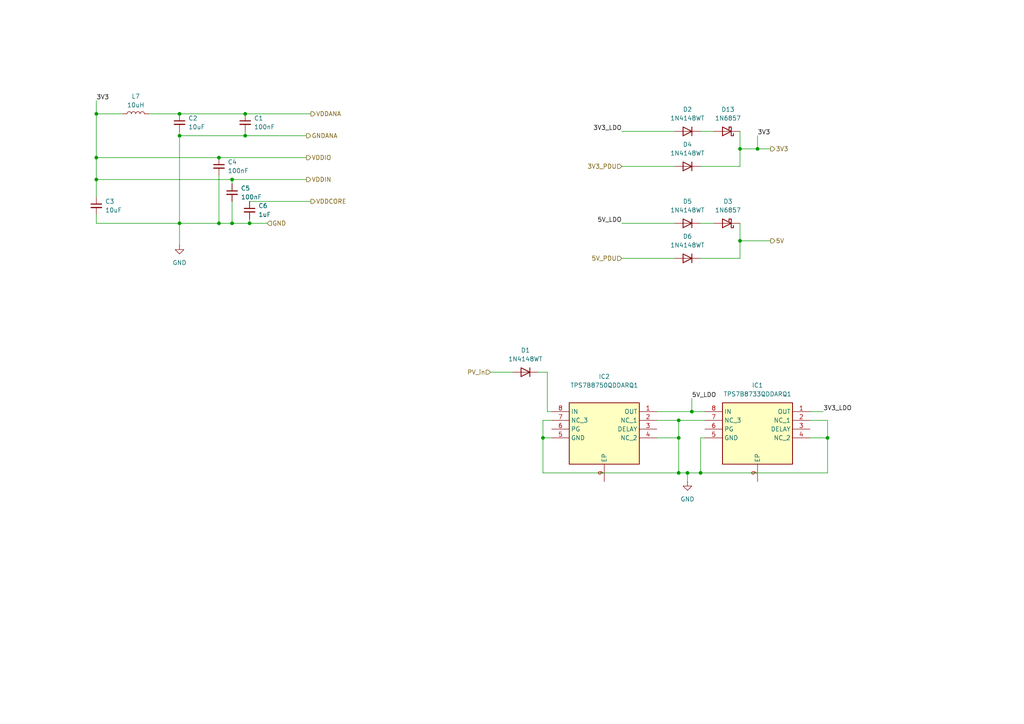
<source format=kicad_sch>
(kicad_sch (version 20250114) (generator "eeschema") (generator_version "9.0")
  (paper "A4")
  (title_block (date "2025-11-27") (rev "v4") (company "EPFL Spacecraft Team"))
  (lib_symbols
    (symbol "Device:C_Small" (pin_numbers (hide yes)) (pin_names (offset 0.254) (hide yes))
      (property "Reference" "C" (at 0.254 1.778 0))
      (property "Value" "C_Small" (at 0.254 -2.032 0))
      (symbol "C_Small_0_1"
        (polyline (pts (xy -1.524 0.508) (xy 1.524 0.508)) (stroke (width 0.3048)))
        (polyline (pts (xy -1.524 -0.508) (xy 1.524 -0.508)) (stroke (width 0.3302)))
      )
      (symbol "C_Small_1_1"
        (pin passive line (at 0 2.54 270) (length 2.032) (name "~") (number "1"))
        (pin passive line (at 0 -2.54 90) (length 2.032) (name "~") (number "2"))
      )
    )
    (symbol "Device:L" (pin_numbers (hide yes)) (pin_names (offset 1.016) (hide yes))
      (property "Reference" "L" (at -1.27 0 90))
      (property "Value" "L" (at 1.905 0 90))
      (symbol "L_0_1"
        (arc (start 0 2.54) (mid 0.6323 1.905) (end 0 1.27))
        (arc (start 0 1.27) (mid 0.6323 0.635) (end 0 0))
        (arc (start 0 0) (mid 0.6323 -0.635) (end 0 -1.27))
        (arc (start 0 -1.27) (mid 0.6323 -1.905) (end 0 -2.54))
      )
      (symbol "L_1_1"
        (pin passive line (at 0 3.81 270) (length 1.27) (name "1") (number "1"))
        (pin passive line (at 0 -3.81 90) (length 1.27) (name "2") (number "2"))
      )
    )
    (symbol "Diode:1N4148WT" (pin_numbers (hide yes)) (pin_names (hide yes))
      (property "Reference" "D" (at 0 2.54 0))
      (property "Value" "1N4148WT" (at 0 -2.54 0))
      (symbol "1N4148WT_0_1"
        (polyline (pts (xy -1.27 1.27) (xy -1.27 -1.27)) (stroke (width 0.254)))
        (polyline (pts (xy 1.27 1.27) (xy 1.27 -1.27) (xy -1.27 0) (xy 1.27 1.27)) (stroke (width 0.254)))
        (polyline (pts (xy 1.27 0) (xy -1.27 0)))
      )
      (symbol "1N4148WT_1_1"
        (pin passive line (at -3.81 0 0) (length 2.54) (name "K") (number "1"))
        (pin passive line (at 3.81 0 180) (length 2.54) (name "A") (number "2"))
      )
    )
    (symbol "Diode:1N6857" (pin_numbers (hide yes)) (pin_names (offset 1.016) (hide yes))
      (property "Reference" "D" (at 0 2.54 0))
      (property "Value" "1N6857" (at 0 -2.54 0))
      (symbol "1N6857_0_1"
        (polyline (pts (xy -1.905 0.635) (xy -1.905 1.27) (xy -1.27 1.27) (xy -1.27 -1.27) (xy -0.635 -1.27) (xy -0.635 -0.635)) (stroke (width 0.254)))
        (polyline (pts (xy 1.27 1.27) (xy 1.27 -1.27) (xy -1.27 0) (xy 1.27 1.27)) (stroke (width 0.254)))
        (polyline (pts (xy 1.27 0) (xy -1.27 0)))
      )
      (symbol "1N6857_1_1"
        (pin passive line (at -3.81 0 0) (length 2.54) (name "K") (number "1"))
        (pin passive line (at 3.81 0 180) (length 2.54) (name "A") (number "2"))
      )
    )
    (symbol "PULSE_Library:TPS7B8733QDDARQ1"
      (property "Reference" "IC" (at 26.67 7.62 0))
      (property "Value" "TPS7B8733QDDARQ1" (at 26.67 5.08 0))
      (symbol "TPS7B8733QDDARQ1_1_1"
        (rectangle (start 5.08 2.54) (end 25.4 -15.24) (stroke (width 0.254)) (fill (type background)))
        (pin passive line (at 0 0 0) (length 5.08) (name "OUT") (number "1"))
        (pin passive line (at 0 -2.54 0) (length 5.08) (name "NC_1") (number "2"))
        (pin passive line (at 0 -5.08 0) (length 5.08) (name "DELAY") (number "3"))
        (pin passive line (at 0 -7.62 0) (length 5.08) (name "NC_2") (number "4"))
        (pin passive line (at 15.24 -20.32 90) (length 5.08) (name "EP") (number "9"))
        (pin passive line (at 30.48 0 180) (length 5.08) (name "IN") (number "8"))
        (pin passive line (at 30.48 -2.54 180) (length 5.08) (name "NC_3") (number "7"))
        (pin passive line (at 30.48 -5.08 180) (length 5.08) (name "PG") (number "6"))
        (pin passive line (at 30.48 -7.62 180) (length 5.08) (name "GND") (number "5"))
      )
    )
    (symbol "PULSE_Library:TPS7B8750QDDARQ1"
      (property "Reference" "IC" (at 26.67 7.62 0))
      (property "Value" "TPS7B8750QDDARQ1" (at 26.67 5.08 0))
      (property "Footprint" "PULSE_Library:DDA0008J-IPC_B" (at 26.67 -94.92 0))
      (symbol "TPS7B8750QDDARQ1_1_1"
        (rectangle (start 5.08 2.54) (end 25.4 -15.24) (stroke (width 0.254)) (fill (type background)))
        (pin passive line (at 0 0 0) (length 5.08) (name "OUT") (number "1"))
        (pin passive line (at 0 -2.54 0) (length 5.08) (name "NC_1") (number "2"))
        (pin passive line (at 0 -5.08 0) (length 5.08) (name "DELAY") (number "3"))
        (pin passive line (at 0 -7.62 0) (length 5.08) (name "NC_2") (number "4"))
        (pin passive line (at 15.24 -20.32 90) (length 5.08) (name "EP") (number "9"))
        (pin passive line (at 30.48 0 180) (length 5.08) (name "IN") (number "8"))
        (pin passive line (at 30.48 -2.54 180) (length 5.08) (name "NC_3") (number "7"))
        (pin passive line (at 30.48 -5.08 180) (length 5.08) (name "PG") (number "6"))
        (pin passive line (at 30.48 -7.62 180) (length 5.08) (name "GND") (number "5"))
      )
    )
    (symbol "power:GND" (power) (pin_numbers (hide yes)) (pin_names (offset 0) (hide yes))
      (property "Value" "GND" (at 0 -3.81 0))
      (symbol "GND_0_1"
        (polyline (pts (xy 0 0) (xy 0 -1.27) (xy 1.27 -1.27) (xy 0 -2.54) (xy -1.27 -1.27) (xy 0 -1.27)))
      )
      (symbol "GND_1_1"
        (pin power_in line (at 0 0 270) (length 0) (name "~") (number "1"))
      )
    )
  )
  (junction (at 214.63 69.85))
  (junction (at 27.94 52.07))
  (junction (at 196.85 127))
  (junction (at 27.94 33.02))
  (junction (at 199.39 137.16))
  (junction (at 52.07 39.37))
  (junction (at 157.48 127))
  (junction (at 71.12 33.02))
  (junction (at 214.63 43.18))
  (junction (at 63.5 45.72))
  (junction (at 71.12 39.37))
  (junction (at 52.07 64.77))
  (junction (at 240.03 127))
  (junction (at 196.85 137.16))
  (junction (at 27.94 45.72))
  (junction (at 196.85 121.92))
  (junction (at 200.66 119.38))
  (junction (at 63.5 64.77))
  (junction (at 52.07 33.02))
  (junction (at 203.2 137.16))
  (junction (at 219.71 43.18))
  (junction (at 67.31 52.07))
  (junction (at 67.31 64.77))
  (junction (at 72.39 64.77))
  (wire (pts (xy 203.2 48.26) (xy 214.63 48.26)))
  (wire (pts (xy 219.71 43.18) (xy 223.52 43.18)))
  (wire (pts (xy 52.07 64.77) (xy 63.5 64.77)))
  (wire (pts (xy 180.34 48.26) (xy 195.58 48.26)))
  (wire (pts (xy 71.12 39.37) (xy 88.9 39.37)))
  (wire (pts (xy 27.94 33.02) (xy 35.56 33.02)))
  (wire (pts (xy 67.31 52.07) (xy 88.9 52.07)))
  (wire (pts (xy 27.94 33.02) (xy 27.94 45.72)))
  (wire (pts (xy 27.94 62.23) (xy 27.94 64.77)))
  (wire (pts (xy 142.24 107.95) (xy 148.59 107.95)))
  (wire (pts (xy 196.85 121.92) (xy 196.85 127)))
  (wire (pts (xy 157.48 121.92) (xy 157.48 127)))
  (wire (pts (xy 240.03 137.16) (xy 240.03 127)))
  (wire (pts (xy 52.07 33.02) (xy 71.12 33.02)))
  (wire (pts (xy 63.5 50.8) (xy 63.5 64.77)))
  (wire (pts (xy 157.48 127) (xy 160.02 127)))
  (wire (pts (xy 157.48 137.16) (xy 196.85 137.16)))
  (wire (pts (xy 27.94 45.72) (xy 27.94 52.07)))
  (wire (pts (xy 200.66 115.57) (xy 200.66 119.38)))
  (wire (pts (xy 72.39 58.42) (xy 90.17 58.42)))
  (wire (pts (xy 72.39 63.5) (xy 72.39 64.77)))
  (wire (pts (xy 214.63 69.85) (xy 223.52 69.85)))
  (wire (pts (xy 27.94 29.21) (xy 27.94 33.02)))
  (wire (pts (xy 196.85 121.92) (xy 204.47 121.92)))
  (wire (pts (xy 204.47 127) (xy 203.2 127)))
  (wire (pts (xy 158.75 107.95) (xy 158.75 119.38)))
  (wire (pts (xy 200.66 119.38) (xy 204.47 119.38)))
  (wire (pts (xy 27.94 64.77) (xy 52.07 64.77)))
  (wire (pts (xy 71.12 33.02) (xy 90.17 33.02)))
  (wire (pts (xy 52.07 39.37) (xy 71.12 39.37)))
  (wire (pts (xy 27.94 52.07) (xy 67.31 52.07)))
  (wire (pts (xy 203.2 127) (xy 203.2 137.16)))
  (wire (pts (xy 43.18 33.02) (xy 52.07 33.02)))
  (wire (pts (xy 203.2 74.93) (xy 214.63 74.93)))
  (wire (pts (xy 234.95 127) (xy 240.03 127)))
  (wire (pts (xy 67.31 64.77) (xy 72.39 64.77)))
  (wire (pts (xy 158.75 119.38) (xy 160.02 119.38)))
  (wire (pts (xy 27.94 45.72) (xy 63.5 45.72)))
  (wire (pts (xy 203.2 137.16) (xy 240.03 137.16)))
  (wire (pts (xy 214.63 43.18) (xy 219.71 43.18)))
  (wire (pts (xy 52.07 64.77) (xy 52.07 71.12)))
  (wire (pts (xy 203.2 64.77) (xy 207.01 64.77)))
  (wire (pts (xy 67.31 58.42) (xy 67.31 64.77)))
  (wire (pts (xy 71.12 38.1) (xy 71.12 39.37)))
  (wire (pts (xy 180.34 38.1) (xy 195.58 38.1)))
  (wire (pts (xy 214.63 43.18) (xy 214.63 48.26)))
  (wire (pts (xy 214.63 69.85) (xy 214.63 74.93)))
  (wire (pts (xy 180.34 74.93) (xy 195.58 74.93)))
  (wire (pts (xy 190.5 119.38) (xy 200.66 119.38)))
  (wire (pts (xy 180.34 64.77) (xy 195.58 64.77)))
  (wire (pts (xy 214.63 38.1) (xy 214.63 43.18)))
  (wire (pts (xy 219.71 39.37) (xy 219.71 43.18)))
  (wire (pts (xy 196.85 127) (xy 196.85 137.16)))
  (wire (pts (xy 240.03 127) (xy 240.03 121.92)))
  (wire (pts (xy 199.39 137.16) (xy 203.2 137.16)))
  (wire (pts (xy 190.5 121.92) (xy 196.85 121.92)))
  (wire (pts (xy 67.31 53.34) (xy 67.31 52.07)))
  (wire (pts (xy 190.5 127) (xy 196.85 127)))
  (wire (pts (xy 234.95 121.92) (xy 240.03 121.92)))
  (wire (pts (xy 63.5 64.77) (xy 67.31 64.77)))
  (wire (pts (xy 72.39 64.77) (xy 77.47 64.77)))
  (wire (pts (xy 203.2 38.1) (xy 207.01 38.1)))
  (wire (pts (xy 196.85 137.16) (xy 199.39 137.16)))
  (wire (pts (xy 52.07 39.37) (xy 52.07 64.77)))
  (wire (pts (xy 160.02 121.92) (xy 157.48 121.92)))
  (wire (pts (xy 52.07 39.37) (xy 52.07 38.1)))
  (wire (pts (xy 156.21 107.95) (xy 158.75 107.95)))
  (wire (pts (xy 238.76 119.38) (xy 234.95 119.38)))
  (wire (pts (xy 199.39 137.16) (xy 199.39 139.7)))
  (wire (pts (xy 63.5 45.72) (xy 88.9 45.72)))
  (wire (pts (xy 214.63 64.77) (xy 214.63 69.85)))
  (wire (pts (xy 157.48 127) (xy 157.48 137.16)))
  (wire (pts (xy 27.94 52.07) (xy 27.94 57.15)))
  (label "5V_LDO" (at 180.34 64.77 180))
  (label "5V_LDO" (at 200.66 115.57 0))
  (label "3V3_LDO" (at 180.34 38.1 180))
  (label "3V3_LDO" (at 238.76 119.38 0))
  (label "3V3" (at 219.71 39.37 0))
  (label "3V3" (at 27.94 29.21 0))
  (hierarchical_label "5V_PDU" (shape input) (at 180.34 74.93 180))
  (hierarchical_label "PV_in" (shape input) (at 142.24 107.95 180))
  (hierarchical_label "GND" (shape input) (at 77.47 64.77 0))
  (hierarchical_label "5V" (shape output) (at 223.52 69.85 0))
  (hierarchical_label "VDDCORE" (shape output) (at 90.17 58.42 0))
  (hierarchical_label "VDDIN" (shape output) (at 88.9 52.07 0))
  (hierarchical_label "3V3_PDU" (shape input) (at 180.34 48.26 180))
  (hierarchical_label "GNDANA" (shape output) (at 88.9 39.37 0))
  (hierarchical_label "VDDIO" (shape output) (at 88.9 45.72 0))
  (hierarchical_label "3V3" (shape output) (at 223.52 43.18 0))
  (hierarchical_label "VDDANA" (shape output) (at 90.17 33.02 0))
  (symbol (lib_id "PULSE_Library:TPS7B8733QDDARQ1") (at 234.95 119.38 0) (mirror y) (unit 1)
    (property "Reference" "IC1" (at 219.71 111.76 0))
    (property "Value" "TPS7B8733QDDARQ1" (at 219.71 114.3 0))
    (property "Footprint" "PULSE_Library:DDA0008J-IPC_B" (effects (hide yes)))
    (property "Datasheet" "https://www.ti.com/lit/ds/symlink/tps7b87-q1.pdf?ts=1623322212637&ref_url=https%253A%252F%252Fwww.mouser.ie%252F" (effects (hide yes)))
    (property "Description" "LDO Voltage Regulators Automotive 500-mA, 40-V, low dropout (LDO) regulator with power good 8-SO PowerPAD -40 to 150" (effects (hide yes)))
    (property "Height" "1.7" (effects (hide yes)))
    (property "Mouser Part Number" "595-TPS7B8733QDDARQ1" (effects (hide yes)))
    (property "Mouser Price/Stock" "https://www.mouser.co.uk/ProductDetail/Texas-Instruments/TPS7B8733QDDARQ1?qs=KUoIvG%2F9Ilbzpi4sBOTRow%3D%3D" (effects (hide yes)))
    (property "Manufacturer_Name" "Texas Instruments" (effects (hide yes)))
    (property "Manufacturer_Part_Number" "TPS7B8733QDDARQ1" (effects (hide yes)))
  )
  (symbol (lib_id "Diode:1N4148WT") (at 199.39 64.77 180) (unit 1)
    (property "Reference" "D5" (at 199.39 58.42 0))
    (property "Value" "1N4148WT" (at 199.39 60.96 0))
    (property "Footprint" "Diode_SMD:D_SOD-523" (effects (hide yes)))
    (property "Datasheet" "https://www.diodes.com/assets/Datasheets/ds30396.pdf" (effects (hide yes)))
    (property "Description" "75V 0.15A Fast switching Diode, SOD-523" (effects (hide yes)))
    (property "Sim.Device" "D" (effects (hide yes)))
    (property "Sim.Pins" "1=K 2=A" (effects (hide yes)))
  )
  (symbol (lib_id "Diode:1N4148WT") (at 199.39 48.26 180) (unit 1)
    (property "Reference" "D4" (at 199.39 41.91 0))
    (property "Value" "1N4148WT" (at 199.39 44.45 0))
    (property "Footprint" "Diode_SMD:D_SOD-523" (effects (hide yes)))
    (property "Datasheet" "https://www.diodes.com/assets/Datasheets/ds30396.pdf" (effects (hide yes)))
    (property "Description" "75V 0.15A Fast switching Diode, SOD-523" (effects (hide yes)))
    (property "Sim.Device" "D" (effects (hide yes)))
    (property "Sim.Pins" "1=K 2=A" (effects (hide yes)))
  )
  (symbol (lib_id "Device:L") (at 39.37 33.02 90) (unit 1)
    (property "Reference" "L7" (at 39.37 27.94 90))
    (property "Value" "10uH" (at 39.37 30.48 90))
    (property "Description" "Inductor" (effects (hide yes)))
  )
  (symbol (lib_id "Device:C_Small") (at 52.07 35.56 0) (unit 1)
    (property "Reference" "C2" (at 54.61 34.2962 0) (effects (justify left)))
    (property "Value" "10uF" (at 54.61 36.8362 0) (effects (justify left)))
    (property "Footprint" "Capacitor_SMD:C_0603_1608Metric_Pad1.08x0.95mm_HandSolder" (effects (hide yes)))
    (property "Description" "Unpolarized capacitor, small symbol" (effects (hide yes)))
  )
  (symbol (lib_id "power:GND") (at 52.07 71.12 0) (unit 1)
    (property "Reference" "#PWR03" (effects (hide yes)))
    (property "Value" "GND" (at 52.07 76.2 0))
    (property "Description" "Power symbol creates a global label with name \"GND\" , ground" (effects (hide yes)))
  )
  (symbol (lib_id "Device:C_Small") (at 63.5 48.26 0) (unit 1)
    (property "Reference" "C4" (at 66.04 46.9962 0) (effects (justify left)))
    (property "Value" "100nF" (at 66.04 49.5362 0) (effects (justify left)))
    (property "Footprint" "Capacitor_SMD:C_0603_1608Metric_Pad1.08x0.95mm_HandSolder" (effects (hide yes)))
    (property "Description" "Unpolarized capacitor, small symbol" (effects (hide yes)))
  )
  (symbol (lib_id "Diode:1N4148WT") (at 199.39 74.93 180) (unit 1)
    (property "Reference" "D6" (at 199.39 68.58 0))
    (property "Value" "1N4148WT" (at 199.39 71.12 0))
    (property "Footprint" "Diode_SMD:D_SOD-523" (effects (hide yes)))
    (property "Datasheet" "https://www.diodes.com/assets/Datasheets/ds30396.pdf" (effects (hide yes)))
    (property "Description" "75V 0.15A Fast switching Diode, SOD-523" (effects (hide yes)))
    (property "Sim.Device" "D" (effects (hide yes)))
    (property "Sim.Pins" "1=K 2=A" (effects (hide yes)))
  )
  (symbol (lib_id "Diode:1N4148WT") (at 152.4 107.95 180) (unit 1)
    (property "Reference" "D1" (at 152.4 101.6 0))
    (property "Value" "1N4148WT" (at 152.4 104.14 0))
    (property "Footprint" "Diode_SMD:D_SOD-523" (effects (hide yes)))
    (property "Datasheet" "https://www.diodes.com/assets/Datasheets/ds30396.pdf" (effects (hide yes)))
    (property "Description" "75V 0.15A Fast switching Diode, SOD-523" (effects (hide yes)))
    (property "Sim.Device" "D" (effects (hide yes)))
    (property "Sim.Pins" "1=K 2=A" (effects (hide yes)))
  )
  (symbol (lib_id "Device:C_Small") (at 71.12 35.56 0) (unit 1)
    (property "Reference" "C1" (at 73.66 34.2962 0) (effects (justify left)))
    (property "Value" "100nF" (at 73.66 36.8362 0) (effects (justify left)))
    (property "Footprint" "Capacitor_SMD:C_0603_1608Metric_Pad1.08x0.95mm_HandSolder" (effects (hide yes)))
    (property "Description" "Unpolarized capacitor, small symbol" (effects (hide yes)))
  )
  (symbol (lib_id "Diode:1N4148WT") (at 199.39 38.1 180) (unit 1)
    (property "Reference" "D2" (at 199.39 31.75 0))
    (property "Value" "1N4148WT" (at 199.39 34.29 0))
    (property "Footprint" "Diode_SMD:D_SOD-523" (effects (hide yes)))
    (property "Datasheet" "https://www.diodes.com/assets/Datasheets/ds30396.pdf" (effects (hide yes)))
    (property "Description" "75V 0.15A Fast switching Diode, SOD-523" (effects (hide yes)))
    (property "Sim.Device" "D" (effects (hide yes)))
    (property "Sim.Pins" "1=K 2=A" (effects (hide yes)))
  )
  (symbol (lib_id "power:GND") (at 199.39 139.7 0) (unit 1)
    (property "Reference" "#PWR01" (effects (hide yes)))
    (property "Value" "GND" (at 199.39 144.78 0))
    (property "Description" "Power symbol creates a global label with name \"GND\" , ground" (effects (hide yes)))
  )
  (symbol (lib_id "PULSE_Library:TPS7B8750QDDARQ1") (at 190.5 119.38 0) (mirror y) (unit 1)
    (property "Reference" "IC2" (at 175.26 109.22 0))
    (property "Value" "TPS7B8750QDDARQ1" (at 175.26 111.76 0))
    (property "Footprint" "PULSE_Library:DDA0008J-IPC_B" (effects (hide yes)))
    (property "Datasheet" "https://www.ti.com/lit/ds/symlink/tps7b87-q1.pdf?ts=1623322212637&ref_url=https%253A%252F%252Fwww.mouser.ie%252F" (effects (hide yes)))
    (property "Description" "LDO Voltage Regulators Automotive 500-mA, 40-V, low dropout (LDO) regulator with power good 8-SO PowerPAD -40 to 150" (effects (hide yes)))
    (property "Height" "1.7" (effects (hide yes)))
    (property "Mouser Part Number" "595-TPS7B8750QDDARQ1" (effects (hide yes)))
    (property "Mouser Price/Stock" "https://www.mouser.co.uk/ProductDetail/Texas-Instruments/TPS7B8750QDDARQ1?qs=KUoIvG%2F9IlbWZFC87dl4eA%3D%3D" (effects (hide yes)))
    (property "Manufacturer_Name" "Texas Instruments" (effects (hide yes)))
    (property "Manufacturer_Part_Number" "TPS7B8750QDDARQ1" (effects (hide yes)))
  )
  (symbol (lib_id "Device:C_Small") (at 67.31 55.88 0) (unit 1)
    (property "Reference" "C5" (at 69.85 54.6162 0) (effects (justify left)))
    (property "Value" "100nF" (at 69.85 57.1562 0) (effects (justify left)))
    (property "Footprint" "Capacitor_SMD:C_0603_1608Metric_Pad1.08x0.95mm_HandSolder" (effects (hide yes)))
    (property "Description" "Unpolarized capacitor, small symbol" (effects (hide yes)))
  )
  (symbol (lib_id "Diode:1N6857") (at 210.82 38.1 180) (unit 1)
    (property "Reference" "D13" (at 211.1375 31.75 0))
    (property "Value" "1N6857" (at 211.1375 34.29 0))
    (property "Footprint" "Diode_SMD:D_SOD-323" (effects (hide yes)))
    (property "Datasheet" "https://www.microsemi.com/document-portal/doc_download/8865-lds-0040-datasheet" (effects (hide yes)))
    (property "Description" "20V 150mA Schottky diode, DO-35" (effects (hide yes)))
  )
  (symbol (lib_id "Diode:1N6857") (at 210.82 64.77 180) (unit 1)
    (property "Reference" "D3" (at 211.1375 58.42 0))
    (property "Value" "1N6857" (at 211.1375 60.96 0))
    (property "Footprint" "Diode_SMD:D_SOD-323" (effects (hide yes)))
    (property "Datasheet" "https://www.microsemi.com/document-portal/doc_download/8865-lds-0040-datasheet" (effects (hide yes)))
    (property "Description" "20V 150mA Schottky diode, DO-35" (effects (hide yes)))
  )
  (symbol (lib_id "Device:C_Small") (at 72.39 60.96 0) (unit 1)
    (property "Reference" "C6" (at 74.93 59.6962 0) (effects (justify left)))
    (property "Value" "1uF" (at 74.93 62.2362 0) (effects (justify left)))
    (property "Footprint" "Capacitor_SMD:C_0603_1608Metric_Pad1.08x0.95mm_HandSolder" (effects (hide yes)))
    (property "Description" "Unpolarized capacitor, small symbol" (effects (hide yes)))
  )
  (symbol (lib_id "Device:C_Small") (at 27.94 59.69 0) (unit 1)
    (property "Reference" "C3" (at 30.48 58.4262 0) (effects (justify left)))
    (property "Value" "10uF" (at 30.48 60.9662 0) (effects (justify left)))
    (property "Footprint" "Capacitor_SMD:C_0603_1608Metric_Pad1.08x0.95mm_HandSolder" (effects (hide yes)))
    (property "Description" "Unpolarized capacitor, small symbol" (effects (hide yes)))
  )
)
</source>
